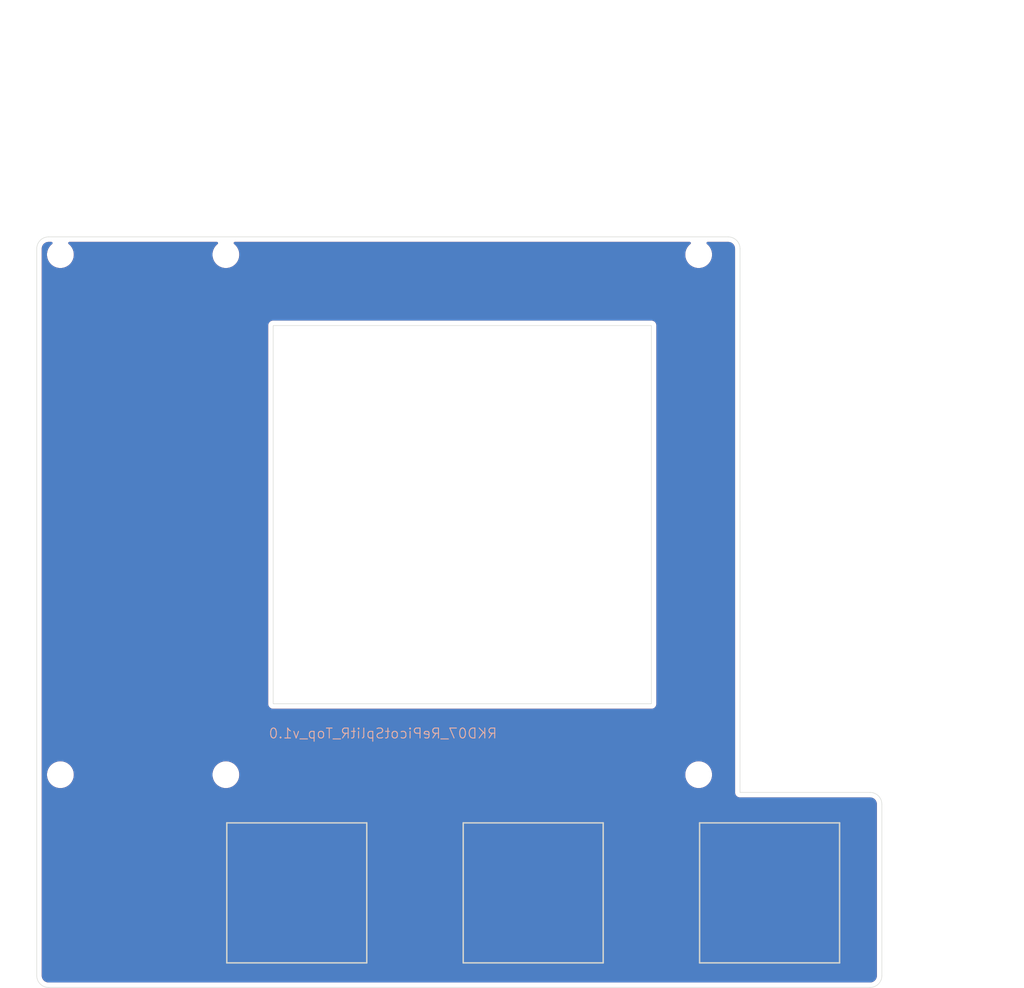
<source format=kicad_pcb>
(kicad_pcb (version 20241229) (generator "pcbnew") (generator_version "9.0")
  (layers (0 "F.Cu" signal) (2 "B.Cu" signal) (13 "F.Paste" user) (15 "B.Paste" user) (5 "F.SilkS" user "F.Silkscreen") (7 "B.SilkS" user "B.Silkscreen") (1 "F.Mask" user) (3 "B.Mask" user) (25 "Edge.Cuts" user))
  (net 0 "")
  (footprint "kbd_Hole:m2_Screw_Hole" (layer "F.Cu") (at 145.25625 52.3875)
    (property "Reference" "Ref**")
    (property "Value" "Val**")
    (pad "" np_thru_hole circle (at 0 0) (size 2.2 2.2) (drill 2.2) (layers "*.Cu" "*.Mask"))
  )
  (footprint "kbd_Hole:m2_Screw_Hole" (layer "F.Cu") (at 145.25625 104.775)
    (property "Reference" "Ref**")
    (property "Value" "Val**")
    (pad "" np_thru_hole circle (at 0 0) (size 2.2 2.2) (drill 2.2) (layers "*.Cu" "*.Mask"))
  )
  (footprint "kbd_Hole:m2_Screw_Hole" (layer "F.Cu") (at 80.9625 52.3875)
    (property "Reference" "Ref**")
    (property "Value" "Val**")
    (pad "" np_thru_hole circle (at 0 0) (size 2.2 2.2) (drill 2.2) (layers "*.Cu" "*.Mask"))
  )
  (footprint "kbd_SW_Hole:SW_Hole_1.25u" (layer "F.Cu") (at 128.5875 116.68125)
    (property "Reference" "SW2" (hide yes))
    (property "Value" "KEY_SWITCH" (hide yes))
    (fp_line (start -7.05 -7.05) (end 7.05 -7.05) (stroke (width 0.15)) (layer "Edge.Cuts"))
    (fp_line (start -7.05 7.05) (end -7.05 -7.05) (stroke (width 0.15)) (layer "Edge.Cuts"))
    (fp_line (start 7.05 -7.05) (end 7.05 7.05) (stroke (width 0.15)) (layer "Edge.Cuts"))
    (fp_line (start 7.05 7.05) (end -7.05 7.05) (stroke (width 0.15)) (layer "Edge.Cuts"))
  )
  (footprint "kbd_SW_Hole:SW_Hole_1.25u" (layer "F.Cu") (at 152.4 116.68125)
    (property "Reference" "SW2" (hide yes))
    (property "Value" "KEY_SWITCH" (hide yes))
    (fp_line (start -7.05 -7.05) (end 7.05 -7.05) (stroke (width 0.15)) (layer "Edge.Cuts"))
    (fp_line (start -7.05 7.05) (end -7.05 -7.05) (stroke (width 0.15)) (layer "Edge.Cuts"))
    (fp_line (start 7.05 -7.05) (end 7.05 7.05) (stroke (width 0.15)) (layer "Edge.Cuts"))
    (fp_line (start 7.05 7.05) (end -7.05 7.05) (stroke (width 0.15)) (layer "Edge.Cuts"))
  )
  (footprint "kbd_Hole:m2_Screw_Hole" (layer "F.Cu") (at 80.9625 104.775)
    (property "Reference" "Ref**")
    (property "Value" "Val**")
    (pad "" np_thru_hole circle (at 0 0) (size 2.2 2.2) (drill 2.2) (layers "*.Cu" "*.Mask"))
  )
  (footprint "kbd_Hole:m2_Screw_Hole" (layer "F.Cu") (at 97.63115 104.775)
    (property "Reference" "Ref**")
    (property "Value" "Val**")
    (pad "" np_thru_hole circle (at 0 0) (size 2.2 2.2) (drill 2.2) (layers "*.Cu" "*.Mask"))
  )
  (footprint "kbd_SW_Hole:SW_Hole_1.25u" (layer "F.Cu") (at 104.775 116.68125)
    (property "Reference" "SW2" (hide yes))
    (property "Value" "KEY_SWITCH" (hide yes))
    (fp_line (start -7.05 -7.05) (end 7.05 -7.05) (stroke (width 0.15)) (layer "Edge.Cuts"))
    (fp_line (start -7.05 7.05) (end -7.05 -7.05) (stroke (width 0.15)) (layer "Edge.Cuts"))
    (fp_line (start 7.05 -7.05) (end 7.05 7.05) (stroke (width 0.15)) (layer "Edge.Cuts"))
    (fp_line (start 7.05 7.05) (end -7.05 7.05) (stroke (width 0.15)) (layer "Edge.Cuts"))
  )
  (footprint "kbd_Hole:m2_Screw_Hole" (layer "F.Cu") (at 97.63125 52.3875)
    (property "Reference" "Ref**")
    (property "Value" "Val**")
    (pad "" np_thru_hole circle (at 0 0) (size 2.2 2.2) (drill 2.2) (layers "*.Cu" "*.Mask"))
  )
  (gr_rect (start 102.39375 59.531363) (end 140.49375 97.631363) (stroke (width 0.05)) (fill no) (layer "Edge.Cuts"))
  (gr_line (start 162.529264 126.206251) (end 79.771942 126.206227) (stroke (width 0.05)) (layer "Edge.Cuts"))
  (gr_arc (start 148.232963 50.601615) (mid 149.074842 50.950359) (end 149.423587 51.792239) (stroke (width 0.05)) (layer "Edge.Cuts"))
  (gr_line (start 162.520449 106.561027) (end 149.423563 106.560954) (stroke (width 0.05)) (layer "Edge.Cuts"))
  (gr_arc (start 78.581215 51.792135) (mid 78.929961 50.950238) (end 79.771883 50.601519) (stroke (width 0.05)) (layer "Edge.Cuts"))
  (gr_arc (start 162.520474 106.561009) (mid 163.362365 106.909743) (end 163.7111 107.751635) (stroke (width 0.05)) (layer "Edge.Cuts"))
  (gr_line (start 149.422426 51.792686) (end 149.423563 106.560954) (stroke (width 0.05)) (layer "Edge.Cuts"))
  (gr_line (start 79.771883 50.601519) (end 148.232963 50.601519) (stroke (width 0.05)) (layer "Edge.Cuts"))
  (gr_line (start 163.711075 107.757872) (end 163.711076 125.019964) (stroke (width 0.05)) (layer "Edge.Cuts"))
  (gr_line (start 78.581216 51.792135) (end 78.581209 125.031577) (stroke (width 0.05)) (layer "Edge.Cuts"))
  (gr_arc (start 163.711084 125.015625) (mid 163.36235 125.857516) (end 162.520458 126.206251) (stroke (width 0.05)) (layer "Edge.Cuts"))
  (gr_arc (start 79.771942 126.206227) (mid 78.935595 125.863182) (end 78.581209 125.031577) (stroke (width 0.05)) (layer "Edge.Cuts"))
  (gr_text "RKD07_RePicotSplitR_Top_v1.0" (at 125.01573 101.20321 0) (layer "B.SilkS") (effects (font (size 1 1) (thickness 0.1)) (justify left bottom mirror)))
  (zone (net 0) (net_name "") (layers "F.Cu" "B.Cu") (priority 1) (connect_pads yes (clearance 0.5)) (min_thickness 0.25) (fill yes (thermal_gap 0.5) (thermal_bridge_width 0.5))
    (polygon (pts (xy 78.581266 50.601582) (xy 78.581316 126.206356) (xy 163.711075 126.206377) (xy 163.711075 106.561048) (xy 149.423563 106.561048) (xy 149.423563 50.601626) (xy 139.898555 50.601582)))
  )
)
</source>
